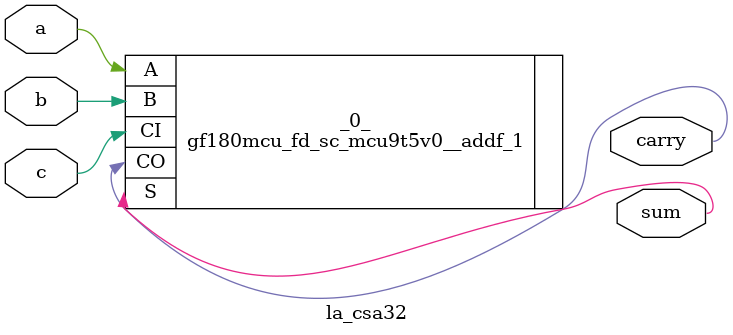
<source format=v>

/* Generated by Yosys 0.44 (git sha1 80ba43d26, g++ 11.4.0-1ubuntu1~22.04 -fPIC -O3) */

(* top =  1  *)
(* src = "generated" *)
module la_csa32 (
    a,
    b,
    c,
    sum,
    carry
);
  (* src = "generated" *)
  input a;
  wire a;
  (* src = "generated" *)
  input b;
  wire b;
  (* src = "generated" *)
  input c;
  wire c;
  (* src = "generated" *)
  output carry;
  wire carry;
  (* src = "generated" *)
  output sum;
  wire sum;
  (* module_not_derived = 32'b00000000000000000000000000000001 *) (* src = "generated" *)
  gf180mcu_fd_sc_mcu9t5v0__addf_1 _0_ (
      .A (a),
      .B (b),
      .CI(c),
      .CO(carry),
      .S (sum)
  );
endmodule

</source>
